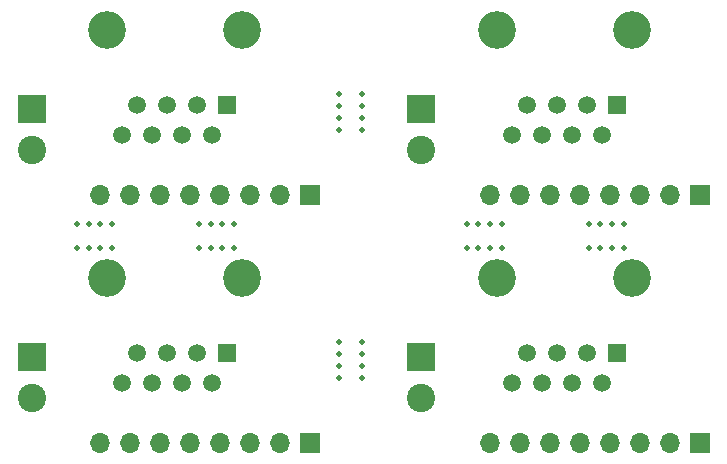
<source format=gbr>
%TF.GenerationSoftware,KiCad,Pcbnew,7.0.9*%
%TF.CreationDate,2024-06-08T21:54:21-04:00*%
%TF.ProjectId,8P breakout header,38502062-7265-4616-9b6f-757420686561,rev?*%
%TF.SameCoordinates,Original*%
%TF.FileFunction,Soldermask,Bot*%
%TF.FilePolarity,Negative*%
%FSLAX46Y46*%
G04 Gerber Fmt 4.6, Leading zero omitted, Abs format (unit mm)*
G04 Created by KiCad (PCBNEW 7.0.9) date 2024-06-08 21:54:21*
%MOMM*%
%LPD*%
G01*
G04 APERTURE LIST*
%ADD10C,0.500000*%
%ADD11R,1.700000X1.700000*%
%ADD12O,1.700000X1.700000*%
%ADD13C,3.200000*%
%ADD14R,1.500000X1.500000*%
%ADD15C,1.500000*%
%ADD16R,2.400000X2.400000*%
%ADD17C,2.400000*%
G04 APERTURE END LIST*
D10*
%TO.C,KiKit_MB_9_4*%
X138666666Y-41000000D03*
%TD*%
%TO.C,KiKit_MB_7_4*%
X147500000Y-52000000D03*
%TD*%
%TO.C,KiKit_MB_6_3*%
X169666666Y-39000000D03*
%TD*%
%TO.C,KiKit_MB_10_2*%
X149500000Y-51000000D03*
%TD*%
%TO.C,KiKit_MB_6_2*%
X170666666Y-39000000D03*
%TD*%
%TO.C,KiKit_MB_3_4*%
X135666666Y-39000000D03*
%TD*%
D11*
%TO.C,J4*%
X145120000Y-36535000D03*
D12*
X142580000Y-36535000D03*
X140040000Y-36535000D03*
X137500000Y-36535000D03*
X134960000Y-36535000D03*
X132420000Y-36535000D03*
X129880000Y-36535000D03*
X127340000Y-36535000D03*
%TD*%
D10*
%TO.C,KiKit_MB_12_1*%
X168666666Y-41000000D03*
%TD*%
%TO.C,KiKit_MB_4_4*%
X149500000Y-28000000D03*
%TD*%
%TO.C,KiKit_MB_9_3*%
X137666666Y-41000000D03*
%TD*%
%TO.C,KiKit_MB_1_2*%
X147500000Y-29000000D03*
%TD*%
%TO.C,KiKit_MB_5_2*%
X160333333Y-39000000D03*
%TD*%
%TO.C,KiKit_MB_1_4*%
X147500000Y-31000000D03*
%TD*%
%TO.C,KiKit_MB_7_3*%
X147500000Y-51000000D03*
%TD*%
%TO.C,KiKit_MB_11_4*%
X161333333Y-41000000D03*
%TD*%
%TO.C,KiKit_MB_10_3*%
X149500000Y-50000000D03*
%TD*%
D13*
%TO.C,J1*%
X139312500Y-22585000D03*
X127882500Y-22585000D03*
D14*
X138042500Y-28935000D03*
D15*
X136772500Y-31475000D03*
X135502500Y-28935000D03*
X134232500Y-31475000D03*
X132962500Y-28935000D03*
X131692500Y-31475000D03*
X130422500Y-28935000D03*
X129152500Y-31475000D03*
%TD*%
D10*
%TO.C,KiKit_MB_11_2*%
X159333333Y-41000000D03*
%TD*%
D11*
%TO.C,J4*%
X178120000Y-36535000D03*
D12*
X175580000Y-36535000D03*
X173040000Y-36535000D03*
X170500000Y-36535000D03*
X167960000Y-36535000D03*
X165420000Y-36535000D03*
X162880000Y-36535000D03*
X160340000Y-36535000D03*
%TD*%
D13*
%TO.C,J1*%
X172312500Y-43585000D03*
X160882500Y-43585000D03*
D14*
X171042500Y-49935000D03*
D15*
X169772500Y-52475000D03*
X168502500Y-49935000D03*
X167232500Y-52475000D03*
X165962500Y-49935000D03*
X164692500Y-52475000D03*
X163422500Y-49935000D03*
X162152500Y-52475000D03*
%TD*%
D10*
%TO.C,KiKit_MB_8_1*%
X125333334Y-41000000D03*
%TD*%
%TO.C,KiKit_MB_5_4*%
X158333333Y-39000000D03*
%TD*%
%TO.C,KiKit_MB_3_2*%
X137666666Y-39000000D03*
%TD*%
%TO.C,KiKit_MB_11_1*%
X158333333Y-41000000D03*
%TD*%
D16*
%TO.C,J2*%
X154500000Y-50250000D03*
D17*
X154500000Y-53750000D03*
%TD*%
D10*
%TO.C,KiKit_MB_6_1*%
X171666666Y-39000000D03*
%TD*%
D16*
%TO.C,J2*%
X121500000Y-50250000D03*
D17*
X121500000Y-53750000D03*
%TD*%
D10*
%TO.C,KiKit_MB_2_1*%
X128333334Y-39000000D03*
%TD*%
%TO.C,KiKit_MB_1_3*%
X147500000Y-30000000D03*
%TD*%
D13*
%TO.C,J1*%
X139312500Y-43585000D03*
X127882500Y-43585000D03*
D14*
X138042500Y-49935000D03*
D15*
X136772500Y-52475000D03*
X135502500Y-49935000D03*
X134232500Y-52475000D03*
X132962500Y-49935000D03*
X131692500Y-52475000D03*
X130422500Y-49935000D03*
X129152500Y-52475000D03*
%TD*%
D10*
%TO.C,KiKit_MB_5_1*%
X161333333Y-39000000D03*
%TD*%
D11*
%TO.C,J4*%
X178120000Y-57535000D03*
D12*
X175580000Y-57535000D03*
X173040000Y-57535000D03*
X170500000Y-57535000D03*
X167960000Y-57535000D03*
X165420000Y-57535000D03*
X162880000Y-57535000D03*
X160340000Y-57535000D03*
%TD*%
D10*
%TO.C,KiKit_MB_7_1*%
X147500000Y-49000000D03*
%TD*%
D13*
%TO.C,J1*%
X172312500Y-22585000D03*
X160882500Y-22585000D03*
D14*
X171042500Y-28935000D03*
D15*
X169772500Y-31475000D03*
X168502500Y-28935000D03*
X167232500Y-31475000D03*
X165962500Y-28935000D03*
X164692500Y-31475000D03*
X163422500Y-28935000D03*
X162152500Y-31475000D03*
%TD*%
D10*
%TO.C,KiKit_MB_3_3*%
X136666666Y-39000000D03*
%TD*%
%TO.C,KiKit_MB_8_3*%
X127333334Y-41000000D03*
%TD*%
D16*
%TO.C,J2*%
X154500000Y-29250000D03*
D17*
X154500000Y-32750000D03*
%TD*%
D10*
%TO.C,KiKit_MB_3_1*%
X138666666Y-39000000D03*
%TD*%
%TO.C,KiKit_MB_10_1*%
X149500000Y-52000000D03*
%TD*%
%TO.C,KiKit_MB_8_2*%
X126333334Y-41000000D03*
%TD*%
%TO.C,KiKit_MB_2_3*%
X126333334Y-39000000D03*
%TD*%
%TO.C,KiKit_MB_9_2*%
X136666666Y-41000000D03*
%TD*%
%TO.C,KiKit_MB_6_4*%
X168666666Y-39000000D03*
%TD*%
%TO.C,KiKit_MB_8_4*%
X128333334Y-41000000D03*
%TD*%
%TO.C,KiKit_MB_4_3*%
X149500000Y-29000000D03*
%TD*%
%TO.C,KiKit_MB_10_4*%
X149500000Y-49000000D03*
%TD*%
%TO.C,KiKit_MB_2_4*%
X125333334Y-39000000D03*
%TD*%
D11*
%TO.C,J4*%
X145120000Y-57535000D03*
D12*
X142580000Y-57535000D03*
X140040000Y-57535000D03*
X137500000Y-57535000D03*
X134960000Y-57535000D03*
X132420000Y-57535000D03*
X129880000Y-57535000D03*
X127340000Y-57535000D03*
%TD*%
D10*
%TO.C,KiKit_MB_12_4*%
X171666666Y-41000000D03*
%TD*%
D16*
%TO.C,J2*%
X121500000Y-29250000D03*
D17*
X121500000Y-32750000D03*
%TD*%
D10*
%TO.C,KiKit_MB_4_1*%
X149500000Y-31000000D03*
%TD*%
%TO.C,KiKit_MB_11_3*%
X160333333Y-41000000D03*
%TD*%
%TO.C,KiKit_MB_5_3*%
X159333333Y-39000000D03*
%TD*%
%TO.C,KiKit_MB_9_1*%
X135666666Y-41000000D03*
%TD*%
%TO.C,KiKit_MB_1_1*%
X147500000Y-28000000D03*
%TD*%
%TO.C,KiKit_MB_2_2*%
X127333334Y-39000000D03*
%TD*%
%TO.C,KiKit_MB_12_2*%
X169666666Y-41000000D03*
%TD*%
%TO.C,KiKit_MB_4_2*%
X149500000Y-30000000D03*
%TD*%
%TO.C,KiKit_MB_12_3*%
X170666666Y-41000000D03*
%TD*%
%TO.C,KiKit_MB_7_2*%
X147500000Y-50000000D03*
%TD*%
M02*

</source>
